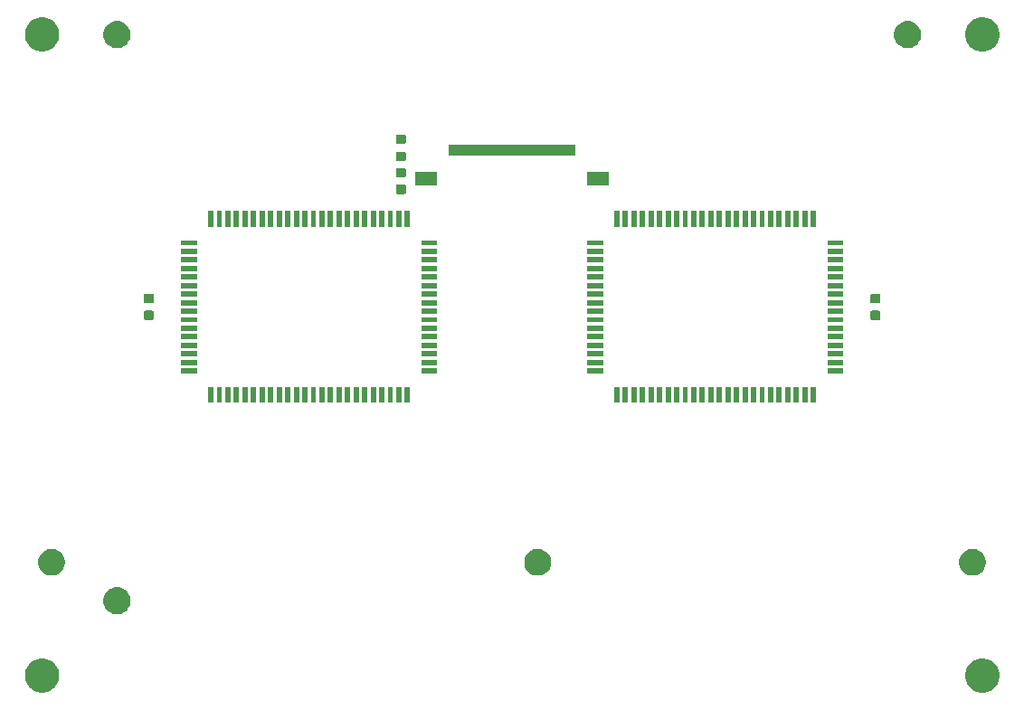
<source format=gbr>
G04 #@! TF.GenerationSoftware,KiCad,Pcbnew,5.1.5+dfsg1-2build2*
G04 #@! TF.CreationDate,2022-05-25T15:14:24+02:00*
G04 #@! TF.ProjectId,ModulAdapter,4d6f6475-6c41-4646-9170-7465722e6b69,rev?*
G04 #@! TF.SameCoordinates,Original*
G04 #@! TF.FileFunction,Soldermask,Bot*
G04 #@! TF.FilePolarity,Negative*
%FSLAX46Y46*%
G04 Gerber Fmt 4.6, Leading zero omitted, Abs format (unit mm)*
G04 Created by KiCad (PCBNEW 5.1.5+dfsg1-2build2) date 2022-05-25 15:14:24*
%MOMM*%
%LPD*%
G04 APERTURE LIST*
%ADD10C,0.100000*%
G04 APERTURE END LIST*
D10*
G36*
X144466703Y-132461486D02*
G01*
X144757883Y-132582097D01*
X145019940Y-132757198D01*
X145242802Y-132980060D01*
X145417903Y-133242117D01*
X145538514Y-133533297D01*
X145600000Y-133842412D01*
X145600000Y-134157588D01*
X145538514Y-134466703D01*
X145417903Y-134757883D01*
X145242802Y-135019940D01*
X145019940Y-135242802D01*
X144757883Y-135417903D01*
X144466703Y-135538514D01*
X144157588Y-135600000D01*
X143842412Y-135600000D01*
X143533297Y-135538514D01*
X143242117Y-135417903D01*
X142980060Y-135242802D01*
X142757198Y-135019940D01*
X142582097Y-134757883D01*
X142461486Y-134466703D01*
X142400000Y-134157588D01*
X142400000Y-133842412D01*
X142461486Y-133533297D01*
X142582097Y-133242117D01*
X142757198Y-132980060D01*
X142980060Y-132757198D01*
X143242117Y-132582097D01*
X143533297Y-132461486D01*
X143842412Y-132400000D01*
X144157588Y-132400000D01*
X144466703Y-132461486D01*
G37*
G36*
X56466703Y-132461486D02*
G01*
X56757883Y-132582097D01*
X57019940Y-132757198D01*
X57242802Y-132980060D01*
X57417903Y-133242117D01*
X57538514Y-133533297D01*
X57600000Y-133842412D01*
X57600000Y-134157588D01*
X57538514Y-134466703D01*
X57417903Y-134757883D01*
X57242802Y-135019940D01*
X57019940Y-135242802D01*
X56757883Y-135417903D01*
X56466703Y-135538514D01*
X56157588Y-135600000D01*
X55842412Y-135600000D01*
X55533297Y-135538514D01*
X55242117Y-135417903D01*
X54980060Y-135242802D01*
X54757198Y-135019940D01*
X54582097Y-134757883D01*
X54461486Y-134466703D01*
X54400000Y-134157588D01*
X54400000Y-133842412D01*
X54461486Y-133533297D01*
X54582097Y-133242117D01*
X54757198Y-132980060D01*
X54980060Y-132757198D01*
X55242117Y-132582097D01*
X55533297Y-132461486D01*
X55842412Y-132400000D01*
X56157588Y-132400000D01*
X56466703Y-132461486D01*
G37*
G36*
X63247764Y-125754402D02*
G01*
X63370445Y-125778805D01*
X63601571Y-125874541D01*
X63809578Y-126013527D01*
X63986473Y-126190422D01*
X64125459Y-126398429D01*
X64221195Y-126629555D01*
X64270000Y-126874916D01*
X64270000Y-127125084D01*
X64221195Y-127370445D01*
X64125459Y-127601571D01*
X63986473Y-127809578D01*
X63809578Y-127986473D01*
X63601571Y-128125459D01*
X63370445Y-128221195D01*
X63247764Y-128245598D01*
X63125085Y-128270000D01*
X62874915Y-128270000D01*
X62752236Y-128245598D01*
X62629555Y-128221195D01*
X62398429Y-128125459D01*
X62190422Y-127986473D01*
X62013527Y-127809578D01*
X61874541Y-127601571D01*
X61778805Y-127370445D01*
X61730000Y-127125084D01*
X61730000Y-126874916D01*
X61778805Y-126629555D01*
X61874541Y-126398429D01*
X62013527Y-126190422D01*
X62190422Y-126013527D01*
X62398429Y-125874541D01*
X62629555Y-125778805D01*
X62752236Y-125754402D01*
X62874915Y-125730000D01*
X63125085Y-125730000D01*
X63247764Y-125754402D01*
G37*
G36*
X57264610Y-122198036D02*
G01*
X57492095Y-122292264D01*
X57492097Y-122292265D01*
X57696828Y-122429062D01*
X57870938Y-122603172D01*
X58007736Y-122807905D01*
X58101964Y-123035390D01*
X58150000Y-123276884D01*
X58150000Y-123523116D01*
X58101964Y-123764610D01*
X58007736Y-123992095D01*
X58007735Y-123992097D01*
X57870938Y-124196828D01*
X57696828Y-124370938D01*
X57492097Y-124507735D01*
X57492096Y-124507736D01*
X57492095Y-124507736D01*
X57264610Y-124601964D01*
X57023116Y-124650000D01*
X56776884Y-124650000D01*
X56535390Y-124601964D01*
X56307905Y-124507736D01*
X56307904Y-124507736D01*
X56307903Y-124507735D01*
X56103172Y-124370938D01*
X55929062Y-124196828D01*
X55792265Y-123992097D01*
X55792264Y-123992095D01*
X55698036Y-123764610D01*
X55650000Y-123523116D01*
X55650000Y-123276884D01*
X55698036Y-123035390D01*
X55792264Y-122807905D01*
X55929062Y-122603172D01*
X56103172Y-122429062D01*
X56307903Y-122292265D01*
X56307905Y-122292264D01*
X56535390Y-122198036D01*
X56776884Y-122150000D01*
X57023116Y-122150000D01*
X57264610Y-122198036D01*
G37*
G36*
X143464610Y-122198036D02*
G01*
X143692095Y-122292264D01*
X143692097Y-122292265D01*
X143896828Y-122429062D01*
X144070938Y-122603172D01*
X144207736Y-122807905D01*
X144301964Y-123035390D01*
X144350000Y-123276884D01*
X144350000Y-123523116D01*
X144301964Y-123764610D01*
X144207736Y-123992095D01*
X144207735Y-123992097D01*
X144070938Y-124196828D01*
X143896828Y-124370938D01*
X143692097Y-124507735D01*
X143692096Y-124507736D01*
X143692095Y-124507736D01*
X143464610Y-124601964D01*
X143223116Y-124650000D01*
X142976884Y-124650000D01*
X142735390Y-124601964D01*
X142507905Y-124507736D01*
X142507904Y-124507736D01*
X142507903Y-124507735D01*
X142303172Y-124370938D01*
X142129062Y-124196828D01*
X141992265Y-123992097D01*
X141992264Y-123992095D01*
X141898036Y-123764610D01*
X141850000Y-123523116D01*
X141850000Y-123276884D01*
X141898036Y-123035390D01*
X141992264Y-122807905D01*
X142129062Y-122603172D01*
X142303172Y-122429062D01*
X142507903Y-122292265D01*
X142507905Y-122292264D01*
X142735390Y-122198036D01*
X142976884Y-122150000D01*
X143223116Y-122150000D01*
X143464610Y-122198036D01*
G37*
G36*
X102764610Y-122198036D02*
G01*
X102992095Y-122292264D01*
X102992097Y-122292265D01*
X103196828Y-122429062D01*
X103370938Y-122603172D01*
X103507736Y-122807905D01*
X103601964Y-123035390D01*
X103650000Y-123276884D01*
X103650000Y-123523116D01*
X103601964Y-123764610D01*
X103507736Y-123992095D01*
X103507735Y-123992097D01*
X103370938Y-124196828D01*
X103196828Y-124370938D01*
X102992097Y-124507735D01*
X102992096Y-124507736D01*
X102992095Y-124507736D01*
X102764610Y-124601964D01*
X102523116Y-124650000D01*
X102276884Y-124650000D01*
X102035390Y-124601964D01*
X101807905Y-124507736D01*
X101807904Y-124507736D01*
X101807903Y-124507735D01*
X101603172Y-124370938D01*
X101429062Y-124196828D01*
X101292265Y-123992097D01*
X101292264Y-123992095D01*
X101198036Y-123764610D01*
X101150000Y-123523116D01*
X101150000Y-123276884D01*
X101198036Y-123035390D01*
X101292264Y-122807905D01*
X101429062Y-122603172D01*
X101603172Y-122429062D01*
X101807903Y-122292265D01*
X101807905Y-122292264D01*
X102035390Y-122198036D01*
X102276884Y-122150000D01*
X102523116Y-122150000D01*
X102764610Y-122198036D01*
G37*
G36*
X89650000Y-108480000D02*
G01*
X89150000Y-108480000D01*
X89150000Y-107000000D01*
X89650000Y-107000000D01*
X89650000Y-108480000D01*
G37*
G36*
X121250000Y-108480000D02*
G01*
X120750000Y-108480000D01*
X120750000Y-107000000D01*
X121250000Y-107000000D01*
X121250000Y-108480000D01*
G37*
G36*
X90450000Y-108480000D02*
G01*
X89950000Y-108480000D01*
X89950000Y-107000000D01*
X90450000Y-107000000D01*
X90450000Y-108480000D01*
G37*
G36*
X110050000Y-108480000D02*
G01*
X109550000Y-108480000D01*
X109550000Y-107000000D01*
X110050000Y-107000000D01*
X110050000Y-108480000D01*
G37*
G36*
X110850000Y-108480000D02*
G01*
X110350000Y-108480000D01*
X110350000Y-107000000D01*
X110850000Y-107000000D01*
X110850000Y-108480000D01*
G37*
G36*
X111650000Y-108480000D02*
G01*
X111150000Y-108480000D01*
X111150000Y-107000000D01*
X111650000Y-107000000D01*
X111650000Y-108480000D01*
G37*
G36*
X112450000Y-108480000D02*
G01*
X111950000Y-108480000D01*
X111950000Y-107000000D01*
X112450000Y-107000000D01*
X112450000Y-108480000D01*
G37*
G36*
X113250000Y-108480000D02*
G01*
X112750000Y-108480000D01*
X112750000Y-107000000D01*
X113250000Y-107000000D01*
X113250000Y-108480000D01*
G37*
G36*
X114050000Y-108480000D02*
G01*
X113550000Y-108480000D01*
X113550000Y-107000000D01*
X114050000Y-107000000D01*
X114050000Y-108480000D01*
G37*
G36*
X114850000Y-108480000D02*
G01*
X114350000Y-108480000D01*
X114350000Y-107000000D01*
X114850000Y-107000000D01*
X114850000Y-108480000D01*
G37*
G36*
X115650000Y-108480000D02*
G01*
X115150000Y-108480000D01*
X115150000Y-107000000D01*
X115650000Y-107000000D01*
X115650000Y-108480000D01*
G37*
G36*
X116450000Y-108480000D02*
G01*
X115950000Y-108480000D01*
X115950000Y-107000000D01*
X116450000Y-107000000D01*
X116450000Y-108480000D01*
G37*
G36*
X128450000Y-108480000D02*
G01*
X127950000Y-108480000D01*
X127950000Y-107000000D01*
X128450000Y-107000000D01*
X128450000Y-108480000D01*
G37*
G36*
X118050000Y-108480000D02*
G01*
X117550000Y-108480000D01*
X117550000Y-107000000D01*
X118050000Y-107000000D01*
X118050000Y-108480000D01*
G37*
G36*
X118850000Y-108480000D02*
G01*
X118350000Y-108480000D01*
X118350000Y-107000000D01*
X118850000Y-107000000D01*
X118850000Y-108480000D01*
G37*
G36*
X119650000Y-108480000D02*
G01*
X119150000Y-108480000D01*
X119150000Y-107000000D01*
X119650000Y-107000000D01*
X119650000Y-108480000D01*
G37*
G36*
X120450000Y-108480000D02*
G01*
X119950000Y-108480000D01*
X119950000Y-107000000D01*
X120450000Y-107000000D01*
X120450000Y-108480000D01*
G37*
G36*
X122050000Y-108480000D02*
G01*
X121550000Y-108480000D01*
X121550000Y-107000000D01*
X122050000Y-107000000D01*
X122050000Y-108480000D01*
G37*
G36*
X122850000Y-108480000D02*
G01*
X122350000Y-108480000D01*
X122350000Y-107000000D01*
X122850000Y-107000000D01*
X122850000Y-108480000D01*
G37*
G36*
X123650000Y-108480000D02*
G01*
X123150000Y-108480000D01*
X123150000Y-107000000D01*
X123650000Y-107000000D01*
X123650000Y-108480000D01*
G37*
G36*
X124450000Y-108480000D02*
G01*
X123950000Y-108480000D01*
X123950000Y-107000000D01*
X124450000Y-107000000D01*
X124450000Y-108480000D01*
G37*
G36*
X125250000Y-108480000D02*
G01*
X124750000Y-108480000D01*
X124750000Y-107000000D01*
X125250000Y-107000000D01*
X125250000Y-108480000D01*
G37*
G36*
X126050000Y-108480000D02*
G01*
X125550000Y-108480000D01*
X125550000Y-107000000D01*
X126050000Y-107000000D01*
X126050000Y-108480000D01*
G37*
G36*
X126850000Y-108480000D02*
G01*
X126350000Y-108480000D01*
X126350000Y-107000000D01*
X126850000Y-107000000D01*
X126850000Y-108480000D01*
G37*
G36*
X85650000Y-108480000D02*
G01*
X85150000Y-108480000D01*
X85150000Y-107000000D01*
X85650000Y-107000000D01*
X85650000Y-108480000D01*
G37*
G36*
X88850000Y-108480000D02*
G01*
X88350000Y-108480000D01*
X88350000Y-107000000D01*
X88850000Y-107000000D01*
X88850000Y-108480000D01*
G37*
G36*
X80050000Y-108480000D02*
G01*
X79550000Y-108480000D01*
X79550000Y-107000000D01*
X80050000Y-107000000D01*
X80050000Y-108480000D01*
G37*
G36*
X76850000Y-108480000D02*
G01*
X76350000Y-108480000D01*
X76350000Y-107000000D01*
X76850000Y-107000000D01*
X76850000Y-108480000D01*
G37*
G36*
X80850000Y-108480000D02*
G01*
X80350000Y-108480000D01*
X80350000Y-107000000D01*
X80850000Y-107000000D01*
X80850000Y-108480000D01*
G37*
G36*
X81650000Y-108480000D02*
G01*
X81150000Y-108480000D01*
X81150000Y-107000000D01*
X81650000Y-107000000D01*
X81650000Y-108480000D01*
G37*
G36*
X82450000Y-108480000D02*
G01*
X81950000Y-108480000D01*
X81950000Y-107000000D01*
X82450000Y-107000000D01*
X82450000Y-108480000D01*
G37*
G36*
X83250000Y-108480000D02*
G01*
X82750000Y-108480000D01*
X82750000Y-107000000D01*
X83250000Y-107000000D01*
X83250000Y-108480000D01*
G37*
G36*
X84050000Y-108480000D02*
G01*
X83550000Y-108480000D01*
X83550000Y-107000000D01*
X84050000Y-107000000D01*
X84050000Y-108480000D01*
G37*
G36*
X84850000Y-108480000D02*
G01*
X84350000Y-108480000D01*
X84350000Y-107000000D01*
X84850000Y-107000000D01*
X84850000Y-108480000D01*
G37*
G36*
X86450000Y-108480000D02*
G01*
X85950000Y-108480000D01*
X85950000Y-107000000D01*
X86450000Y-107000000D01*
X86450000Y-108480000D01*
G37*
G36*
X79250000Y-108480000D02*
G01*
X78750000Y-108480000D01*
X78750000Y-107000000D01*
X79250000Y-107000000D01*
X79250000Y-108480000D01*
G37*
G36*
X72050000Y-108480000D02*
G01*
X71550000Y-108480000D01*
X71550000Y-107000000D01*
X72050000Y-107000000D01*
X72050000Y-108480000D01*
G37*
G36*
X88050000Y-108480000D02*
G01*
X87550000Y-108480000D01*
X87550000Y-107000000D01*
X88050000Y-107000000D01*
X88050000Y-108480000D01*
G37*
G36*
X117250000Y-108480000D02*
G01*
X116750000Y-108480000D01*
X116750000Y-107000000D01*
X117250000Y-107000000D01*
X117250000Y-108480000D01*
G37*
G36*
X87250000Y-108480000D02*
G01*
X86750000Y-108480000D01*
X86750000Y-107000000D01*
X87250000Y-107000000D01*
X87250000Y-108480000D01*
G37*
G36*
X78450000Y-108480000D02*
G01*
X77950000Y-108480000D01*
X77950000Y-107000000D01*
X78450000Y-107000000D01*
X78450000Y-108480000D01*
G37*
G36*
X72850000Y-108480000D02*
G01*
X72350000Y-108480000D01*
X72350000Y-107000000D01*
X72850000Y-107000000D01*
X72850000Y-108480000D01*
G37*
G36*
X73650000Y-108480000D02*
G01*
X73150000Y-108480000D01*
X73150000Y-107000000D01*
X73650000Y-107000000D01*
X73650000Y-108480000D01*
G37*
G36*
X74450000Y-108480000D02*
G01*
X73950000Y-108480000D01*
X73950000Y-107000000D01*
X74450000Y-107000000D01*
X74450000Y-108480000D01*
G37*
G36*
X75250000Y-108480000D02*
G01*
X74750000Y-108480000D01*
X74750000Y-107000000D01*
X75250000Y-107000000D01*
X75250000Y-108480000D01*
G37*
G36*
X76050000Y-108480000D02*
G01*
X75550000Y-108480000D01*
X75550000Y-107000000D01*
X76050000Y-107000000D01*
X76050000Y-108480000D01*
G37*
G36*
X127650000Y-108480000D02*
G01*
X127150000Y-108480000D01*
X127150000Y-107000000D01*
X127650000Y-107000000D01*
X127650000Y-108480000D01*
G37*
G36*
X77650000Y-108480000D02*
G01*
X77150000Y-108480000D01*
X77150000Y-107000000D01*
X77650000Y-107000000D01*
X77650000Y-108480000D01*
G37*
G36*
X92980000Y-105750000D02*
G01*
X91500000Y-105750000D01*
X91500000Y-105250000D01*
X92980000Y-105250000D01*
X92980000Y-105750000D01*
G37*
G36*
X130980000Y-105750000D02*
G01*
X129500000Y-105750000D01*
X129500000Y-105250000D01*
X130980000Y-105250000D01*
X130980000Y-105750000D01*
G37*
G36*
X70500000Y-105750000D02*
G01*
X69020000Y-105750000D01*
X69020000Y-105250000D01*
X70500000Y-105250000D01*
X70500000Y-105750000D01*
G37*
G36*
X108500000Y-105750000D02*
G01*
X107020000Y-105750000D01*
X107020000Y-105250000D01*
X108500000Y-105250000D01*
X108500000Y-105750000D01*
G37*
G36*
X92980000Y-104950000D02*
G01*
X91500000Y-104950000D01*
X91500000Y-104450000D01*
X92980000Y-104450000D01*
X92980000Y-104950000D01*
G37*
G36*
X70500000Y-104950000D02*
G01*
X69020000Y-104950000D01*
X69020000Y-104450000D01*
X70500000Y-104450000D01*
X70500000Y-104950000D01*
G37*
G36*
X130980000Y-104950000D02*
G01*
X129500000Y-104950000D01*
X129500000Y-104450000D01*
X130980000Y-104450000D01*
X130980000Y-104950000D01*
G37*
G36*
X108500000Y-104950000D02*
G01*
X107020000Y-104950000D01*
X107020000Y-104450000D01*
X108500000Y-104450000D01*
X108500000Y-104950000D01*
G37*
G36*
X70500000Y-104150000D02*
G01*
X69020000Y-104150000D01*
X69020000Y-103650000D01*
X70500000Y-103650000D01*
X70500000Y-104150000D01*
G37*
G36*
X130980000Y-104150000D02*
G01*
X129500000Y-104150000D01*
X129500000Y-103650000D01*
X130980000Y-103650000D01*
X130980000Y-104150000D01*
G37*
G36*
X108500000Y-104150000D02*
G01*
X107020000Y-104150000D01*
X107020000Y-103650000D01*
X108500000Y-103650000D01*
X108500000Y-104150000D01*
G37*
G36*
X92980000Y-104150000D02*
G01*
X91500000Y-104150000D01*
X91500000Y-103650000D01*
X92980000Y-103650000D01*
X92980000Y-104150000D01*
G37*
G36*
X130980000Y-103350000D02*
G01*
X129500000Y-103350000D01*
X129500000Y-102850000D01*
X130980000Y-102850000D01*
X130980000Y-103350000D01*
G37*
G36*
X108500000Y-103350000D02*
G01*
X107020000Y-103350000D01*
X107020000Y-102850000D01*
X108500000Y-102850000D01*
X108500000Y-103350000D01*
G37*
G36*
X70500000Y-103350000D02*
G01*
X69020000Y-103350000D01*
X69020000Y-102850000D01*
X70500000Y-102850000D01*
X70500000Y-103350000D01*
G37*
G36*
X92980000Y-103350000D02*
G01*
X91500000Y-103350000D01*
X91500000Y-102850000D01*
X92980000Y-102850000D01*
X92980000Y-103350000D01*
G37*
G36*
X70500000Y-102550000D02*
G01*
X69020000Y-102550000D01*
X69020000Y-102050000D01*
X70500000Y-102050000D01*
X70500000Y-102550000D01*
G37*
G36*
X92980000Y-102550000D02*
G01*
X91500000Y-102550000D01*
X91500000Y-102050000D01*
X92980000Y-102050000D01*
X92980000Y-102550000D01*
G37*
G36*
X130980000Y-102550000D02*
G01*
X129500000Y-102550000D01*
X129500000Y-102050000D01*
X130980000Y-102050000D01*
X130980000Y-102550000D01*
G37*
G36*
X108500000Y-102550000D02*
G01*
X107020000Y-102550000D01*
X107020000Y-102050000D01*
X108500000Y-102050000D01*
X108500000Y-102550000D01*
G37*
G36*
X108500000Y-101750000D02*
G01*
X107020000Y-101750000D01*
X107020000Y-101250000D01*
X108500000Y-101250000D01*
X108500000Y-101750000D01*
G37*
G36*
X92980000Y-101750000D02*
G01*
X91500000Y-101750000D01*
X91500000Y-101250000D01*
X92980000Y-101250000D01*
X92980000Y-101750000D01*
G37*
G36*
X70500000Y-101750000D02*
G01*
X69020000Y-101750000D01*
X69020000Y-101250000D01*
X70500000Y-101250000D01*
X70500000Y-101750000D01*
G37*
G36*
X130980000Y-101750000D02*
G01*
X129500000Y-101750000D01*
X129500000Y-101250000D01*
X130980000Y-101250000D01*
X130980000Y-101750000D01*
G37*
G36*
X108500000Y-100950000D02*
G01*
X107020000Y-100950000D01*
X107020000Y-100450000D01*
X108500000Y-100450000D01*
X108500000Y-100950000D01*
G37*
G36*
X130980000Y-100950000D02*
G01*
X129500000Y-100950000D01*
X129500000Y-100450000D01*
X130980000Y-100450000D01*
X130980000Y-100950000D01*
G37*
G36*
X70500000Y-100950000D02*
G01*
X69020000Y-100950000D01*
X69020000Y-100450000D01*
X70500000Y-100450000D01*
X70500000Y-100950000D01*
G37*
G36*
X92980000Y-100950000D02*
G01*
X91500000Y-100950000D01*
X91500000Y-100450000D01*
X92980000Y-100450000D01*
X92980000Y-100950000D01*
G37*
G36*
X134349116Y-99853595D02*
G01*
X134378311Y-99862452D01*
X134405223Y-99876837D01*
X134428808Y-99896192D01*
X134448163Y-99919777D01*
X134462548Y-99946689D01*
X134471405Y-99975884D01*
X134475000Y-100012390D01*
X134475000Y-100562610D01*
X134471405Y-100599116D01*
X134462548Y-100628311D01*
X134448163Y-100655223D01*
X134428808Y-100678808D01*
X134405223Y-100698163D01*
X134378311Y-100712548D01*
X134349116Y-100721405D01*
X134312610Y-100725000D01*
X133687390Y-100725000D01*
X133650884Y-100721405D01*
X133621689Y-100712548D01*
X133594777Y-100698163D01*
X133571192Y-100678808D01*
X133551837Y-100655223D01*
X133537452Y-100628311D01*
X133528595Y-100599116D01*
X133525000Y-100562610D01*
X133525000Y-100012390D01*
X133528595Y-99975884D01*
X133537452Y-99946689D01*
X133551837Y-99919777D01*
X133571192Y-99896192D01*
X133594777Y-99876837D01*
X133621689Y-99862452D01*
X133650884Y-99853595D01*
X133687390Y-99850000D01*
X134312610Y-99850000D01*
X134349116Y-99853595D01*
G37*
G36*
X66349116Y-99853595D02*
G01*
X66378311Y-99862452D01*
X66405223Y-99876837D01*
X66428808Y-99896192D01*
X66448163Y-99919777D01*
X66462548Y-99946689D01*
X66471405Y-99975884D01*
X66475000Y-100012390D01*
X66475000Y-100562610D01*
X66471405Y-100599116D01*
X66462548Y-100628311D01*
X66448163Y-100655223D01*
X66428808Y-100678808D01*
X66405223Y-100698163D01*
X66378311Y-100712548D01*
X66349116Y-100721405D01*
X66312610Y-100725000D01*
X65687390Y-100725000D01*
X65650884Y-100721405D01*
X65621689Y-100712548D01*
X65594777Y-100698163D01*
X65571192Y-100678808D01*
X65551837Y-100655223D01*
X65537452Y-100628311D01*
X65528595Y-100599116D01*
X65525000Y-100562610D01*
X65525000Y-100012390D01*
X65528595Y-99975884D01*
X65537452Y-99946689D01*
X65551837Y-99919777D01*
X65571192Y-99896192D01*
X65594777Y-99876837D01*
X65621689Y-99862452D01*
X65650884Y-99853595D01*
X65687390Y-99850000D01*
X66312610Y-99850000D01*
X66349116Y-99853595D01*
G37*
G36*
X108500000Y-100150000D02*
G01*
X107020000Y-100150000D01*
X107020000Y-99650000D01*
X108500000Y-99650000D01*
X108500000Y-100150000D01*
G37*
G36*
X130980000Y-100150000D02*
G01*
X129500000Y-100150000D01*
X129500000Y-99650000D01*
X130980000Y-99650000D01*
X130980000Y-100150000D01*
G37*
G36*
X92980000Y-100150000D02*
G01*
X91500000Y-100150000D01*
X91500000Y-99650000D01*
X92980000Y-99650000D01*
X92980000Y-100150000D01*
G37*
G36*
X70500000Y-100150000D02*
G01*
X69020000Y-100150000D01*
X69020000Y-99650000D01*
X70500000Y-99650000D01*
X70500000Y-100150000D01*
G37*
G36*
X130980000Y-99350000D02*
G01*
X129500000Y-99350000D01*
X129500000Y-98850000D01*
X130980000Y-98850000D01*
X130980000Y-99350000D01*
G37*
G36*
X92980000Y-99350000D02*
G01*
X91500000Y-99350000D01*
X91500000Y-98850000D01*
X92980000Y-98850000D01*
X92980000Y-99350000D01*
G37*
G36*
X108500000Y-99350000D02*
G01*
X107020000Y-99350000D01*
X107020000Y-98850000D01*
X108500000Y-98850000D01*
X108500000Y-99350000D01*
G37*
G36*
X70500000Y-99350000D02*
G01*
X69020000Y-99350000D01*
X69020000Y-98850000D01*
X70500000Y-98850000D01*
X70500000Y-99350000D01*
G37*
G36*
X134349116Y-98278595D02*
G01*
X134378311Y-98287452D01*
X134405223Y-98301837D01*
X134428808Y-98321192D01*
X134448163Y-98344777D01*
X134462548Y-98371689D01*
X134471405Y-98400884D01*
X134475000Y-98437390D01*
X134475000Y-98987610D01*
X134471405Y-99024116D01*
X134462548Y-99053311D01*
X134448163Y-99080223D01*
X134428808Y-99103808D01*
X134405223Y-99123163D01*
X134378311Y-99137548D01*
X134349116Y-99146405D01*
X134312610Y-99150000D01*
X133687390Y-99150000D01*
X133650884Y-99146405D01*
X133621689Y-99137548D01*
X133594777Y-99123163D01*
X133571192Y-99103808D01*
X133551837Y-99080223D01*
X133537452Y-99053311D01*
X133528595Y-99024116D01*
X133525000Y-98987610D01*
X133525000Y-98437390D01*
X133528595Y-98400884D01*
X133537452Y-98371689D01*
X133551837Y-98344777D01*
X133571192Y-98321192D01*
X133594777Y-98301837D01*
X133621689Y-98287452D01*
X133650884Y-98278595D01*
X133687390Y-98275000D01*
X134312610Y-98275000D01*
X134349116Y-98278595D01*
G37*
G36*
X66349116Y-98278595D02*
G01*
X66378311Y-98287452D01*
X66405223Y-98301837D01*
X66428808Y-98321192D01*
X66448163Y-98344777D01*
X66462548Y-98371689D01*
X66471405Y-98400884D01*
X66475000Y-98437390D01*
X66475000Y-98987610D01*
X66471405Y-99024116D01*
X66462548Y-99053311D01*
X66448163Y-99080223D01*
X66428808Y-99103808D01*
X66405223Y-99123163D01*
X66378311Y-99137548D01*
X66349116Y-99146405D01*
X66312610Y-99150000D01*
X65687390Y-99150000D01*
X65650884Y-99146405D01*
X65621689Y-99137548D01*
X65594777Y-99123163D01*
X65571192Y-99103808D01*
X65551837Y-99080223D01*
X65537452Y-99053311D01*
X65528595Y-99024116D01*
X65525000Y-98987610D01*
X65525000Y-98437390D01*
X65528595Y-98400884D01*
X65537452Y-98371689D01*
X65551837Y-98344777D01*
X65571192Y-98321192D01*
X65594777Y-98301837D01*
X65621689Y-98287452D01*
X65650884Y-98278595D01*
X65687390Y-98275000D01*
X66312610Y-98275000D01*
X66349116Y-98278595D01*
G37*
G36*
X130980000Y-98550000D02*
G01*
X129500000Y-98550000D01*
X129500000Y-98050000D01*
X130980000Y-98050000D01*
X130980000Y-98550000D01*
G37*
G36*
X108500000Y-98550000D02*
G01*
X107020000Y-98550000D01*
X107020000Y-98050000D01*
X108500000Y-98050000D01*
X108500000Y-98550000D01*
G37*
G36*
X70500000Y-98550000D02*
G01*
X69020000Y-98550000D01*
X69020000Y-98050000D01*
X70500000Y-98050000D01*
X70500000Y-98550000D01*
G37*
G36*
X92980000Y-98550000D02*
G01*
X91500000Y-98550000D01*
X91500000Y-98050000D01*
X92980000Y-98050000D01*
X92980000Y-98550000D01*
G37*
G36*
X92980000Y-97750000D02*
G01*
X91500000Y-97750000D01*
X91500000Y-97250000D01*
X92980000Y-97250000D01*
X92980000Y-97750000D01*
G37*
G36*
X130980000Y-97750000D02*
G01*
X129500000Y-97750000D01*
X129500000Y-97250000D01*
X130980000Y-97250000D01*
X130980000Y-97750000D01*
G37*
G36*
X108500000Y-97750000D02*
G01*
X107020000Y-97750000D01*
X107020000Y-97250000D01*
X108500000Y-97250000D01*
X108500000Y-97750000D01*
G37*
G36*
X70500000Y-97750000D02*
G01*
X69020000Y-97750000D01*
X69020000Y-97250000D01*
X70500000Y-97250000D01*
X70500000Y-97750000D01*
G37*
G36*
X130980000Y-96950000D02*
G01*
X129500000Y-96950000D01*
X129500000Y-96450000D01*
X130980000Y-96450000D01*
X130980000Y-96950000D01*
G37*
G36*
X108500000Y-96950000D02*
G01*
X107020000Y-96950000D01*
X107020000Y-96450000D01*
X108500000Y-96450000D01*
X108500000Y-96950000D01*
G37*
G36*
X92980000Y-96950000D02*
G01*
X91500000Y-96950000D01*
X91500000Y-96450000D01*
X92980000Y-96450000D01*
X92980000Y-96950000D01*
G37*
G36*
X70500000Y-96950000D02*
G01*
X69020000Y-96950000D01*
X69020000Y-96450000D01*
X70500000Y-96450000D01*
X70500000Y-96950000D01*
G37*
G36*
X70500000Y-96150000D02*
G01*
X69020000Y-96150000D01*
X69020000Y-95650000D01*
X70500000Y-95650000D01*
X70500000Y-96150000D01*
G37*
G36*
X92980000Y-96150000D02*
G01*
X91500000Y-96150000D01*
X91500000Y-95650000D01*
X92980000Y-95650000D01*
X92980000Y-96150000D01*
G37*
G36*
X108500000Y-96150000D02*
G01*
X107020000Y-96150000D01*
X107020000Y-95650000D01*
X108500000Y-95650000D01*
X108500000Y-96150000D01*
G37*
G36*
X130980000Y-96150000D02*
G01*
X129500000Y-96150000D01*
X129500000Y-95650000D01*
X130980000Y-95650000D01*
X130980000Y-96150000D01*
G37*
G36*
X130980000Y-95350000D02*
G01*
X129500000Y-95350000D01*
X129500000Y-94850000D01*
X130980000Y-94850000D01*
X130980000Y-95350000D01*
G37*
G36*
X108500000Y-95350000D02*
G01*
X107020000Y-95350000D01*
X107020000Y-94850000D01*
X108500000Y-94850000D01*
X108500000Y-95350000D01*
G37*
G36*
X92980000Y-95350000D02*
G01*
X91500000Y-95350000D01*
X91500000Y-94850000D01*
X92980000Y-94850000D01*
X92980000Y-95350000D01*
G37*
G36*
X70500000Y-95350000D02*
G01*
X69020000Y-95350000D01*
X69020000Y-94850000D01*
X70500000Y-94850000D01*
X70500000Y-95350000D01*
G37*
G36*
X92980000Y-94550000D02*
G01*
X91500000Y-94550000D01*
X91500000Y-94050000D01*
X92980000Y-94050000D01*
X92980000Y-94550000D01*
G37*
G36*
X70500000Y-94550000D02*
G01*
X69020000Y-94550000D01*
X69020000Y-94050000D01*
X70500000Y-94050000D01*
X70500000Y-94550000D01*
G37*
G36*
X108500000Y-94550000D02*
G01*
X107020000Y-94550000D01*
X107020000Y-94050000D01*
X108500000Y-94050000D01*
X108500000Y-94550000D01*
G37*
G36*
X130980000Y-94550000D02*
G01*
X129500000Y-94550000D01*
X129500000Y-94050000D01*
X130980000Y-94050000D01*
X130980000Y-94550000D01*
G37*
G36*
X70500000Y-93750000D02*
G01*
X69020000Y-93750000D01*
X69020000Y-93250000D01*
X70500000Y-93250000D01*
X70500000Y-93750000D01*
G37*
G36*
X108500000Y-93750000D02*
G01*
X107020000Y-93750000D01*
X107020000Y-93250000D01*
X108500000Y-93250000D01*
X108500000Y-93750000D01*
G37*
G36*
X130980000Y-93750000D02*
G01*
X129500000Y-93750000D01*
X129500000Y-93250000D01*
X130980000Y-93250000D01*
X130980000Y-93750000D01*
G37*
G36*
X92980000Y-93750000D02*
G01*
X91500000Y-93750000D01*
X91500000Y-93250000D01*
X92980000Y-93250000D01*
X92980000Y-93750000D01*
G37*
G36*
X112450000Y-92000000D02*
G01*
X111950000Y-92000000D01*
X111950000Y-90520000D01*
X112450000Y-90520000D01*
X112450000Y-92000000D01*
G37*
G36*
X111650000Y-92000000D02*
G01*
X111150000Y-92000000D01*
X111150000Y-90520000D01*
X111650000Y-90520000D01*
X111650000Y-92000000D01*
G37*
G36*
X110850000Y-92000000D02*
G01*
X110350000Y-92000000D01*
X110350000Y-90520000D01*
X110850000Y-90520000D01*
X110850000Y-92000000D01*
G37*
G36*
X110050000Y-92000000D02*
G01*
X109550000Y-92000000D01*
X109550000Y-90520000D01*
X110050000Y-90520000D01*
X110050000Y-92000000D01*
G37*
G36*
X113250000Y-92000000D02*
G01*
X112750000Y-92000000D01*
X112750000Y-90520000D01*
X113250000Y-90520000D01*
X113250000Y-92000000D01*
G37*
G36*
X121250000Y-92000000D02*
G01*
X120750000Y-92000000D01*
X120750000Y-90520000D01*
X121250000Y-90520000D01*
X121250000Y-92000000D01*
G37*
G36*
X128450000Y-92000000D02*
G01*
X127950000Y-92000000D01*
X127950000Y-90520000D01*
X128450000Y-90520000D01*
X128450000Y-92000000D01*
G37*
G36*
X127650000Y-92000000D02*
G01*
X127150000Y-92000000D01*
X127150000Y-90520000D01*
X127650000Y-90520000D01*
X127650000Y-92000000D01*
G37*
G36*
X126850000Y-92000000D02*
G01*
X126350000Y-92000000D01*
X126350000Y-90520000D01*
X126850000Y-90520000D01*
X126850000Y-92000000D01*
G37*
G36*
X126050000Y-92000000D02*
G01*
X125550000Y-92000000D01*
X125550000Y-90520000D01*
X126050000Y-90520000D01*
X126050000Y-92000000D01*
G37*
G36*
X72050000Y-92000000D02*
G01*
X71550000Y-92000000D01*
X71550000Y-90520000D01*
X72050000Y-90520000D01*
X72050000Y-92000000D01*
G37*
G36*
X125250000Y-92000000D02*
G01*
X124750000Y-92000000D01*
X124750000Y-90520000D01*
X125250000Y-90520000D01*
X125250000Y-92000000D01*
G37*
G36*
X124450000Y-92000000D02*
G01*
X123950000Y-92000000D01*
X123950000Y-90520000D01*
X124450000Y-90520000D01*
X124450000Y-92000000D01*
G37*
G36*
X123650000Y-92000000D02*
G01*
X123150000Y-92000000D01*
X123150000Y-90520000D01*
X123650000Y-90520000D01*
X123650000Y-92000000D01*
G37*
G36*
X122850000Y-92000000D02*
G01*
X122350000Y-92000000D01*
X122350000Y-90520000D01*
X122850000Y-90520000D01*
X122850000Y-92000000D01*
G37*
G36*
X122050000Y-92000000D02*
G01*
X121550000Y-92000000D01*
X121550000Y-90520000D01*
X122050000Y-90520000D01*
X122050000Y-92000000D01*
G37*
G36*
X120450000Y-92000000D02*
G01*
X119950000Y-92000000D01*
X119950000Y-90520000D01*
X120450000Y-90520000D01*
X120450000Y-92000000D01*
G37*
G36*
X119650000Y-92000000D02*
G01*
X119150000Y-92000000D01*
X119150000Y-90520000D01*
X119650000Y-90520000D01*
X119650000Y-92000000D01*
G37*
G36*
X118850000Y-92000000D02*
G01*
X118350000Y-92000000D01*
X118350000Y-90520000D01*
X118850000Y-90520000D01*
X118850000Y-92000000D01*
G37*
G36*
X118050000Y-92000000D02*
G01*
X117550000Y-92000000D01*
X117550000Y-90520000D01*
X118050000Y-90520000D01*
X118050000Y-92000000D01*
G37*
G36*
X117250000Y-92000000D02*
G01*
X116750000Y-92000000D01*
X116750000Y-90520000D01*
X117250000Y-90520000D01*
X117250000Y-92000000D01*
G37*
G36*
X115650000Y-92000000D02*
G01*
X115150000Y-92000000D01*
X115150000Y-90520000D01*
X115650000Y-90520000D01*
X115650000Y-92000000D01*
G37*
G36*
X114850000Y-92000000D02*
G01*
X114350000Y-92000000D01*
X114350000Y-90520000D01*
X114850000Y-90520000D01*
X114850000Y-92000000D01*
G37*
G36*
X114050000Y-92000000D02*
G01*
X113550000Y-92000000D01*
X113550000Y-90520000D01*
X114050000Y-90520000D01*
X114050000Y-92000000D01*
G37*
G36*
X73650000Y-92000000D02*
G01*
X73150000Y-92000000D01*
X73150000Y-90520000D01*
X73650000Y-90520000D01*
X73650000Y-92000000D01*
G37*
G36*
X116450000Y-92000000D02*
G01*
X115950000Y-92000000D01*
X115950000Y-90520000D01*
X116450000Y-90520000D01*
X116450000Y-92000000D01*
G37*
G36*
X81650000Y-92000000D02*
G01*
X81150000Y-92000000D01*
X81150000Y-90520000D01*
X81650000Y-90520000D01*
X81650000Y-92000000D01*
G37*
G36*
X90450000Y-92000000D02*
G01*
X89950000Y-92000000D01*
X89950000Y-90520000D01*
X90450000Y-90520000D01*
X90450000Y-92000000D01*
G37*
G36*
X89650000Y-92000000D02*
G01*
X89150000Y-92000000D01*
X89150000Y-90520000D01*
X89650000Y-90520000D01*
X89650000Y-92000000D01*
G37*
G36*
X88850000Y-92000000D02*
G01*
X88350000Y-92000000D01*
X88350000Y-90520000D01*
X88850000Y-90520000D01*
X88850000Y-92000000D01*
G37*
G36*
X88050000Y-92000000D02*
G01*
X87550000Y-92000000D01*
X87550000Y-90520000D01*
X88050000Y-90520000D01*
X88050000Y-92000000D01*
G37*
G36*
X87250000Y-92000000D02*
G01*
X86750000Y-92000000D01*
X86750000Y-90520000D01*
X87250000Y-90520000D01*
X87250000Y-92000000D01*
G37*
G36*
X86450000Y-92000000D02*
G01*
X85950000Y-92000000D01*
X85950000Y-90520000D01*
X86450000Y-90520000D01*
X86450000Y-92000000D01*
G37*
G36*
X85650000Y-92000000D02*
G01*
X85150000Y-92000000D01*
X85150000Y-90520000D01*
X85650000Y-90520000D01*
X85650000Y-92000000D01*
G37*
G36*
X84850000Y-92000000D02*
G01*
X84350000Y-92000000D01*
X84350000Y-90520000D01*
X84850000Y-90520000D01*
X84850000Y-92000000D01*
G37*
G36*
X84050000Y-92000000D02*
G01*
X83550000Y-92000000D01*
X83550000Y-90520000D01*
X84050000Y-90520000D01*
X84050000Y-92000000D01*
G37*
G36*
X82450000Y-92000000D02*
G01*
X81950000Y-92000000D01*
X81950000Y-90520000D01*
X82450000Y-90520000D01*
X82450000Y-92000000D01*
G37*
G36*
X72850000Y-92000000D02*
G01*
X72350000Y-92000000D01*
X72350000Y-90520000D01*
X72850000Y-90520000D01*
X72850000Y-92000000D01*
G37*
G36*
X74450000Y-92000000D02*
G01*
X73950000Y-92000000D01*
X73950000Y-90520000D01*
X74450000Y-90520000D01*
X74450000Y-92000000D01*
G37*
G36*
X75250000Y-92000000D02*
G01*
X74750000Y-92000000D01*
X74750000Y-90520000D01*
X75250000Y-90520000D01*
X75250000Y-92000000D01*
G37*
G36*
X76050000Y-92000000D02*
G01*
X75550000Y-92000000D01*
X75550000Y-90520000D01*
X76050000Y-90520000D01*
X76050000Y-92000000D01*
G37*
G36*
X76850000Y-92000000D02*
G01*
X76350000Y-92000000D01*
X76350000Y-90520000D01*
X76850000Y-90520000D01*
X76850000Y-92000000D01*
G37*
G36*
X78450000Y-92000000D02*
G01*
X77950000Y-92000000D01*
X77950000Y-90520000D01*
X78450000Y-90520000D01*
X78450000Y-92000000D01*
G37*
G36*
X79250000Y-92000000D02*
G01*
X78750000Y-92000000D01*
X78750000Y-90520000D01*
X79250000Y-90520000D01*
X79250000Y-92000000D01*
G37*
G36*
X80050000Y-92000000D02*
G01*
X79550000Y-92000000D01*
X79550000Y-90520000D01*
X80050000Y-90520000D01*
X80050000Y-92000000D01*
G37*
G36*
X80850000Y-92000000D02*
G01*
X80350000Y-92000000D01*
X80350000Y-90520000D01*
X80850000Y-90520000D01*
X80850000Y-92000000D01*
G37*
G36*
X83250000Y-92000000D02*
G01*
X82750000Y-92000000D01*
X82750000Y-90520000D01*
X83250000Y-90520000D01*
X83250000Y-92000000D01*
G37*
G36*
X77650000Y-92000000D02*
G01*
X77150000Y-92000000D01*
X77150000Y-90520000D01*
X77650000Y-90520000D01*
X77650000Y-92000000D01*
G37*
G36*
X89935116Y-88060095D02*
G01*
X89964311Y-88068952D01*
X89991223Y-88083337D01*
X90014808Y-88102692D01*
X90034163Y-88126277D01*
X90048548Y-88153189D01*
X90057405Y-88182384D01*
X90061000Y-88218890D01*
X90061000Y-88769110D01*
X90057405Y-88805616D01*
X90048548Y-88834811D01*
X90034163Y-88861723D01*
X90014808Y-88885308D01*
X89991223Y-88904663D01*
X89964311Y-88919048D01*
X89935116Y-88927905D01*
X89898610Y-88931500D01*
X89273390Y-88931500D01*
X89236884Y-88927905D01*
X89207689Y-88919048D01*
X89180777Y-88904663D01*
X89157192Y-88885308D01*
X89137837Y-88861723D01*
X89123452Y-88834811D01*
X89114595Y-88805616D01*
X89111000Y-88769110D01*
X89111000Y-88218890D01*
X89114595Y-88182384D01*
X89123452Y-88153189D01*
X89137837Y-88126277D01*
X89157192Y-88102692D01*
X89180777Y-88083337D01*
X89207689Y-88068952D01*
X89236884Y-88060095D01*
X89273390Y-88056500D01*
X89898610Y-88056500D01*
X89935116Y-88060095D01*
G37*
G36*
X109050000Y-88150000D02*
G01*
X107050000Y-88150000D01*
X107050000Y-86850000D01*
X109050000Y-86850000D01*
X109050000Y-88150000D01*
G37*
G36*
X92950000Y-88150000D02*
G01*
X90950000Y-88150000D01*
X90950000Y-86850000D01*
X92950000Y-86850000D01*
X92950000Y-88150000D01*
G37*
G36*
X89935116Y-86485095D02*
G01*
X89964311Y-86493952D01*
X89991223Y-86508337D01*
X90014808Y-86527692D01*
X90034163Y-86551277D01*
X90048548Y-86578189D01*
X90057405Y-86607384D01*
X90061000Y-86643890D01*
X90061000Y-87194110D01*
X90057405Y-87230616D01*
X90048548Y-87259811D01*
X90034163Y-87286723D01*
X90014808Y-87310308D01*
X89991223Y-87329663D01*
X89964311Y-87344048D01*
X89935116Y-87352905D01*
X89898610Y-87356500D01*
X89273390Y-87356500D01*
X89236884Y-87352905D01*
X89207689Y-87344048D01*
X89180777Y-87329663D01*
X89157192Y-87310308D01*
X89137837Y-87286723D01*
X89123452Y-87259811D01*
X89114595Y-87230616D01*
X89111000Y-87194110D01*
X89111000Y-86643890D01*
X89114595Y-86607384D01*
X89123452Y-86578189D01*
X89137837Y-86551277D01*
X89157192Y-86527692D01*
X89180777Y-86508337D01*
X89207689Y-86493952D01*
X89236884Y-86485095D01*
X89273390Y-86481500D01*
X89898610Y-86481500D01*
X89935116Y-86485095D01*
G37*
G36*
X89935116Y-84961095D02*
G01*
X89964311Y-84969952D01*
X89991223Y-84984337D01*
X90014808Y-85003692D01*
X90034163Y-85027277D01*
X90048548Y-85054189D01*
X90057405Y-85083384D01*
X90061000Y-85119890D01*
X90061000Y-85670110D01*
X90057405Y-85706616D01*
X90048548Y-85735811D01*
X90034163Y-85762723D01*
X90014808Y-85786308D01*
X89991223Y-85805663D01*
X89964311Y-85820048D01*
X89935116Y-85828905D01*
X89898610Y-85832500D01*
X89273390Y-85832500D01*
X89236884Y-85828905D01*
X89207689Y-85820048D01*
X89180777Y-85805663D01*
X89157192Y-85786308D01*
X89137837Y-85762723D01*
X89123452Y-85735811D01*
X89114595Y-85706616D01*
X89111000Y-85670110D01*
X89111000Y-85119890D01*
X89114595Y-85083384D01*
X89123452Y-85054189D01*
X89137837Y-85027277D01*
X89157192Y-85003692D01*
X89180777Y-84984337D01*
X89207689Y-84969952D01*
X89236884Y-84961095D01*
X89273390Y-84957500D01*
X89898610Y-84957500D01*
X89935116Y-84961095D01*
G37*
G36*
X105900000Y-85300000D02*
G01*
X94100000Y-85300000D01*
X94100000Y-84300000D01*
X105900000Y-84300000D01*
X105900000Y-85300000D01*
G37*
G36*
X89935116Y-83386095D02*
G01*
X89964311Y-83394952D01*
X89991223Y-83409337D01*
X90014808Y-83428692D01*
X90034163Y-83452277D01*
X90048548Y-83479189D01*
X90057405Y-83508384D01*
X90061000Y-83544890D01*
X90061000Y-84095110D01*
X90057405Y-84131616D01*
X90048548Y-84160811D01*
X90034163Y-84187723D01*
X90014808Y-84211308D01*
X89991223Y-84230663D01*
X89964311Y-84245048D01*
X89935116Y-84253905D01*
X89898610Y-84257500D01*
X89273390Y-84257500D01*
X89236884Y-84253905D01*
X89207689Y-84245048D01*
X89180777Y-84230663D01*
X89157192Y-84211308D01*
X89137837Y-84187723D01*
X89123452Y-84160811D01*
X89114595Y-84131616D01*
X89111000Y-84095110D01*
X89111000Y-83544890D01*
X89114595Y-83508384D01*
X89123452Y-83479189D01*
X89137837Y-83452277D01*
X89157192Y-83428692D01*
X89180777Y-83409337D01*
X89207689Y-83394952D01*
X89236884Y-83386095D01*
X89273390Y-83382500D01*
X89898610Y-83382500D01*
X89935116Y-83386095D01*
G37*
G36*
X144466703Y-72461486D02*
G01*
X144757883Y-72582097D01*
X145019940Y-72757198D01*
X145242802Y-72980060D01*
X145417903Y-73242117D01*
X145538514Y-73533297D01*
X145600000Y-73842412D01*
X145600000Y-74157588D01*
X145538514Y-74466703D01*
X145417903Y-74757883D01*
X145242802Y-75019940D01*
X145019940Y-75242802D01*
X144757883Y-75417903D01*
X144466703Y-75538514D01*
X144157588Y-75600000D01*
X143842412Y-75600000D01*
X143533297Y-75538514D01*
X143242117Y-75417903D01*
X142980060Y-75242802D01*
X142757198Y-75019940D01*
X142582097Y-74757883D01*
X142461486Y-74466703D01*
X142400000Y-74157588D01*
X142400000Y-73842412D01*
X142461486Y-73533297D01*
X142582097Y-73242117D01*
X142757198Y-72980060D01*
X142980060Y-72757198D01*
X143242117Y-72582097D01*
X143533297Y-72461486D01*
X143842412Y-72400000D01*
X144157588Y-72400000D01*
X144466703Y-72461486D01*
G37*
G36*
X56466703Y-72461486D02*
G01*
X56757883Y-72582097D01*
X57019940Y-72757198D01*
X57242802Y-72980060D01*
X57417903Y-73242117D01*
X57538514Y-73533297D01*
X57600000Y-73842412D01*
X57600000Y-74157588D01*
X57538514Y-74466703D01*
X57417903Y-74757883D01*
X57242802Y-75019940D01*
X57019940Y-75242802D01*
X56757883Y-75417903D01*
X56466703Y-75538514D01*
X56157588Y-75600000D01*
X55842412Y-75600000D01*
X55533297Y-75538514D01*
X55242117Y-75417903D01*
X54980060Y-75242802D01*
X54757198Y-75019940D01*
X54582097Y-74757883D01*
X54461486Y-74466703D01*
X54400000Y-74157588D01*
X54400000Y-73842412D01*
X54461486Y-73533297D01*
X54582097Y-73242117D01*
X54757198Y-72980060D01*
X54980060Y-72757198D01*
X55242117Y-72582097D01*
X55533297Y-72461486D01*
X55842412Y-72400000D01*
X56157588Y-72400000D01*
X56466703Y-72461486D01*
G37*
G36*
X137247765Y-72754403D02*
G01*
X137370445Y-72778805D01*
X137601571Y-72874541D01*
X137809578Y-73013527D01*
X137986473Y-73190422D01*
X138125459Y-73398429D01*
X138221195Y-73629555D01*
X138270000Y-73874916D01*
X138270000Y-74125084D01*
X138221195Y-74370445D01*
X138125459Y-74601571D01*
X137986473Y-74809578D01*
X137809578Y-74986473D01*
X137601571Y-75125459D01*
X137370445Y-75221195D01*
X137247765Y-75245597D01*
X137125085Y-75270000D01*
X136874915Y-75270000D01*
X136752235Y-75245597D01*
X136629555Y-75221195D01*
X136398429Y-75125459D01*
X136190422Y-74986473D01*
X136013527Y-74809578D01*
X135874541Y-74601571D01*
X135778805Y-74370445D01*
X135730000Y-74125084D01*
X135730000Y-73874916D01*
X135778805Y-73629555D01*
X135874541Y-73398429D01*
X136013527Y-73190422D01*
X136190422Y-73013527D01*
X136398429Y-72874541D01*
X136629555Y-72778805D01*
X136752235Y-72754403D01*
X136874915Y-72730000D01*
X137125085Y-72730000D01*
X137247765Y-72754403D01*
G37*
G36*
X63247765Y-72754403D02*
G01*
X63370445Y-72778805D01*
X63601571Y-72874541D01*
X63809578Y-73013527D01*
X63986473Y-73190422D01*
X64125459Y-73398429D01*
X64221195Y-73629555D01*
X64270000Y-73874916D01*
X64270000Y-74125084D01*
X64221195Y-74370445D01*
X64125459Y-74601571D01*
X63986473Y-74809578D01*
X63809578Y-74986473D01*
X63601571Y-75125459D01*
X63370445Y-75221195D01*
X63247765Y-75245597D01*
X63125085Y-75270000D01*
X62874915Y-75270000D01*
X62752235Y-75245597D01*
X62629555Y-75221195D01*
X62398429Y-75125459D01*
X62190422Y-74986473D01*
X62013527Y-74809578D01*
X61874541Y-74601571D01*
X61778805Y-74370445D01*
X61730000Y-74125084D01*
X61730000Y-73874916D01*
X61778805Y-73629555D01*
X61874541Y-73398429D01*
X62013527Y-73190422D01*
X62190422Y-73013527D01*
X62398429Y-72874541D01*
X62629555Y-72778805D01*
X62752235Y-72754403D01*
X62874915Y-72730000D01*
X63125085Y-72730000D01*
X63247765Y-72754403D01*
G37*
M02*

</source>
